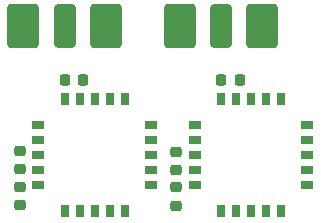
<source format=gbr>
%TF.GenerationSoftware,KiCad,Pcbnew,8.0.5*%
%TF.CreationDate,2025-02-04T19:21:07-06:00*%
%TF.ProjectId,Feather1268,46656174-6865-4723-9132-36382e6b6963,rev?*%
%TF.SameCoordinates,Original*%
%TF.FileFunction,Paste,Bot*%
%TF.FilePolarity,Positive*%
%FSLAX46Y46*%
G04 Gerber Fmt 4.6, Leading zero omitted, Abs format (unit mm)*
G04 Created by KiCad (PCBNEW 8.0.5) date 2025-02-04 19:21:07*
%MOMM*%
%LPD*%
G01*
G04 APERTURE LIST*
G04 Aperture macros list*
%AMRoundRect*
0 Rectangle with rounded corners*
0 $1 Rounding radius*
0 $2 $3 $4 $5 $6 $7 $8 $9 X,Y pos of 4 corners*
0 Add a 4 corners polygon primitive as box body*
4,1,4,$2,$3,$4,$5,$6,$7,$8,$9,$2,$3,0*
0 Add four circle primitives for the rounded corners*
1,1,$1+$1,$2,$3*
1,1,$1+$1,$4,$5*
1,1,$1+$1,$6,$7*
1,1,$1+$1,$8,$9*
0 Add four rect primitives between the rounded corners*
20,1,$1+$1,$2,$3,$4,$5,0*
20,1,$1+$1,$4,$5,$6,$7,0*
20,1,$1+$1,$6,$7,$8,$9,0*
20,1,$1+$1,$8,$9,$2,$3,0*%
G04 Aperture macros list end*
%ADD10R,0.762800X1.061999*%
%ADD11R,1.061999X0.762800*%
%ADD12RoundRect,0.218750X-0.218750X-0.256250X0.218750X-0.256250X0.218750X0.256250X-0.218750X0.256250X0*%
%ADD13RoundRect,0.250000X0.640000X-1.595000X0.640000X1.595000X-0.640000X1.595000X-0.640000X-1.595000X0*%
%ADD14RoundRect,0.250000X1.082500X-1.595000X1.082500X1.595000X-1.082500X1.595000X-1.082500X-1.595000X0*%
%ADD15RoundRect,0.225000X-0.250000X0.225000X-0.250000X-0.225000X0.250000X-0.225000X0.250000X0.225000X0*%
%ADD16RoundRect,0.225000X0.250000X-0.225000X0.250000X0.225000X-0.250000X0.225000X-0.250000X-0.225000X0*%
G04 APERTURE END LIST*
D10*
%TO.C,U4*%
X121992500Y-45420600D03*
X123262500Y-45420600D03*
X124532500Y-45420600D03*
X125802500Y-45420600D03*
X127072500Y-45420600D03*
D11*
X129305300Y-43187800D03*
X129305300Y-41917800D03*
X129305300Y-40647800D03*
X129305300Y-39377800D03*
X129305300Y-38107800D03*
D10*
X127072500Y-35875000D03*
X125802500Y-35875000D03*
X124532500Y-35875000D03*
X123262500Y-35875000D03*
X121992500Y-35875000D03*
D11*
X119759700Y-38107800D03*
X119759700Y-39377800D03*
X119759700Y-40647800D03*
X119759700Y-41917800D03*
X119759700Y-43187800D03*
%TD*%
%TO.C,U1*%
X132997200Y-43187800D03*
X132997200Y-41917800D03*
X132997200Y-40647800D03*
X132997200Y-39377800D03*
X132997200Y-38107800D03*
D10*
X135230000Y-35875000D03*
X136500000Y-35875000D03*
X137770000Y-35875000D03*
X139040000Y-35875000D03*
X140310000Y-35875000D03*
D11*
X142542800Y-38107800D03*
X142542800Y-39377800D03*
X142542800Y-40647800D03*
X142542800Y-41917800D03*
X142542800Y-43187800D03*
D10*
X140310000Y-45420600D03*
X139040000Y-45420600D03*
X137770000Y-45420600D03*
X136500000Y-45420600D03*
X135230000Y-45420600D03*
%TD*%
D12*
%TO.C,L2*%
X122005000Y-34275000D03*
X123580000Y-34275000D03*
%TD*%
%TO.C,L1*%
X135242500Y-34275000D03*
X136817500Y-34275000D03*
%TD*%
D13*
%TO.C,J3*%
X121992500Y-29765000D03*
D14*
X125485000Y-29765000D03*
X118500000Y-29765000D03*
%TD*%
%TO.C,J1*%
X131737500Y-29765000D03*
X138722500Y-29765000D03*
D13*
X135230000Y-29765000D03*
%TD*%
D15*
%TO.C,C8*%
X118192500Y-43325000D03*
X118192500Y-44875000D03*
%TD*%
%TO.C,C3*%
X131430000Y-44925000D03*
X131430000Y-43375000D03*
%TD*%
%TO.C,C2*%
X131430000Y-41950000D03*
X131430000Y-40400000D03*
%TD*%
D16*
%TO.C,C1*%
X118192500Y-41850000D03*
X118192500Y-40300000D03*
%TD*%
M02*

</source>
